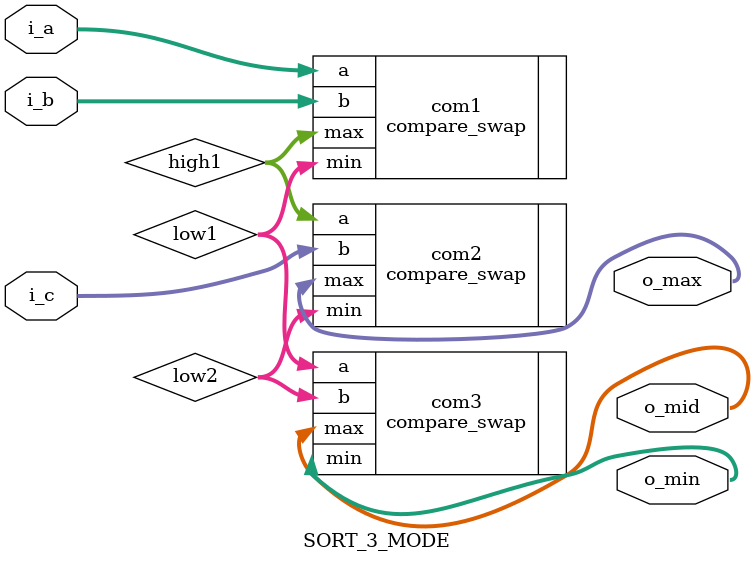
<source format=v>
`timescale 1ns / 1ps


module SORT_3_MODE(
   i_a, 
   i_b, 
   i_c, 
   o_min, 
   o_mid, 
   o_max
    );
    input [7:0] i_a, i_b, i_c; 
    output [7:0] o_min, o_mid, o_max; 
    
    wire [7:0] low1, high1; 
    wire [7:0] low2, high2;
    
    // so sanh a , b 
    compare_swap com1(
       .a(i_a),.b(i_b),.min(low1),.max(high1)
    );
    
    // so sanh tim so lon nhat 
      compare_swap com2(
       .a(high1),.b(i_c),.min(low2),.max(o_max)
    );
    
    // so sanh tim min va mid 
      compare_swap com3(
       .a(low1),.b(low2),.min(o_min),.max(o_mid)
    );
endmodule

</source>
